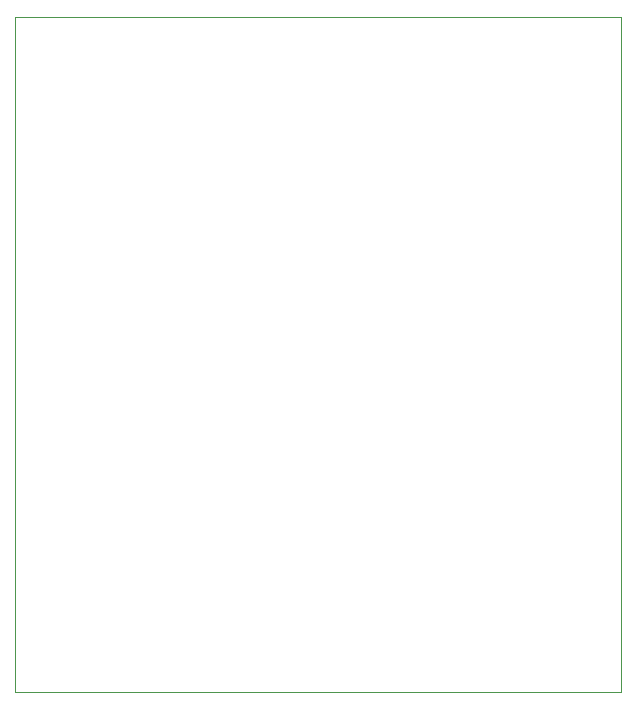
<source format=gbr>
%TF.GenerationSoftware,KiCad,Pcbnew,(5.1.6-0-10_14)*%
%TF.CreationDate,2020-10-05T14:42:17-07:00*%
%TF.ProjectId,single_ended_differential_converter,73696e67-6c65-45f6-956e-6465645f6469,rev?*%
%TF.SameCoordinates,Original*%
%TF.FileFunction,Profile,NP*%
%FSLAX46Y46*%
G04 Gerber Fmt 4.6, Leading zero omitted, Abs format (unit mm)*
G04 Created by KiCad (PCBNEW (5.1.6-0-10_14)) date 2020-10-05 14:42:17*
%MOMM*%
%LPD*%
G01*
G04 APERTURE LIST*
%TA.AperFunction,Profile*%
%ADD10C,0.050000*%
%TD*%
G04 APERTURE END LIST*
D10*
X212090000Y-106680000D02*
X263398000Y-106680000D01*
X212090000Y-163830000D02*
X212090000Y-106680000D01*
X263398000Y-163830000D02*
X212090000Y-163830000D01*
X263398000Y-106680000D02*
X263398000Y-163830000D01*
M02*

</source>
